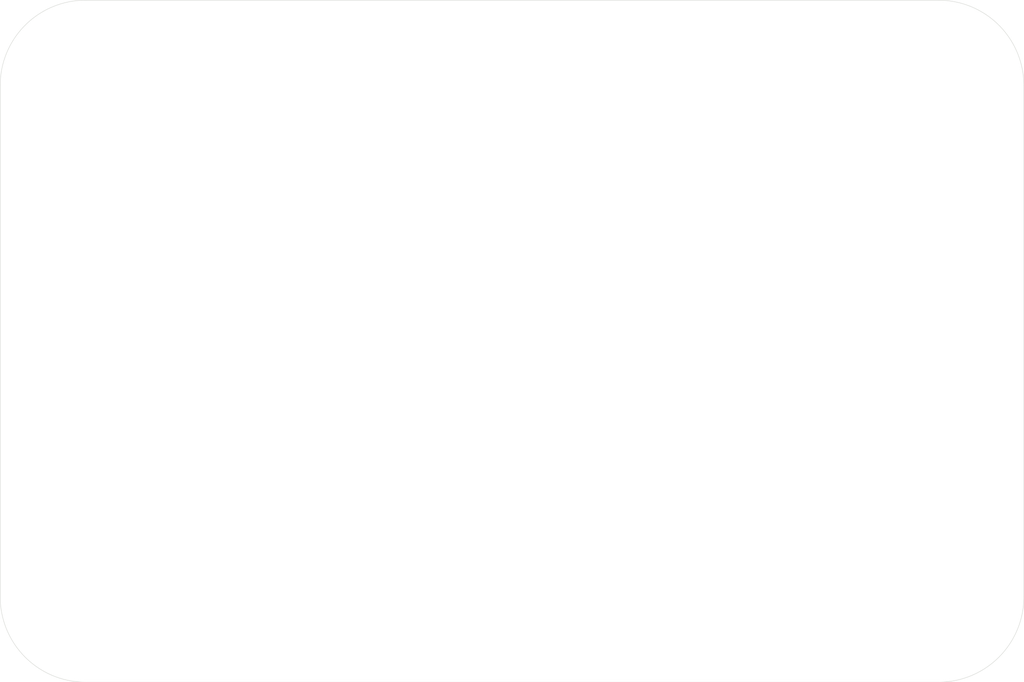
<source format=kicad_pcb>
(kicad_pcb
	(version 20241229)
	(generator "pcbnew")
	(generator_version "9.0")
	(general
		(thickness 1.6)
		(legacy_teardrops no)
	)
	(paper "A4")
	(layers
		(0 "F.Cu" signal)
		(4 "In1.Cu" signal)
		(6 "In2.Cu" signal)
		(2 "B.Cu" signal)
		(9 "F.Adhes" user "F.Adhesive")
		(11 "B.Adhes" user "B.Adhesive")
		(13 "F.Paste" user)
		(15 "B.Paste" user)
		(5 "F.SilkS" user "F.Silkscreen")
		(7 "B.SilkS" user "B.Silkscreen")
		(1 "F.Mask" user)
		(3 "B.Mask" user)
		(17 "Dwgs.User" user "User.Drawings")
		(19 "Cmts.User" user "User.Comments")
		(21 "Eco1.User" user "User.Eco1")
		(23 "Eco2.User" user "User.Eco2")
		(25 "Edge.Cuts" user)
		(27 "Margin" user)
		(31 "F.CrtYd" user "F.Courtyard")
		(29 "B.CrtYd" user "B.Courtyard")
		(35 "F.Fab" user)
		(33 "B.Fab" user)
		(39 "User.1" user)
		(41 "User.2" user)
		(43 "User.3" user)
		(45 "User.4" user)
	)
	(setup
		(stackup
			(layer "F.SilkS"
				(type "Top Silk Screen")
			)
			(layer "F.Paste"
				(type "Top Solder Paste")
			)
			(layer "F.Mask"
				(type "Top Solder Mask")
				(thickness 0.01)
			)
			(layer "F.Cu"
				(type "copper")
				(thickness 0.035)
			)
			(layer "dielectric 1"
				(type "prepreg")
				(thickness 0.1)
				(material "FR4")
				(epsilon_r 4.5)
				(loss_tangent 0.02)
			)
			(layer "In1.Cu"
				(type "copper")
				(thickness 0.035)
			)
			(layer "dielectric 2"
				(type "core")
				(thickness 1.24)
				(material "FR4")
				(epsilon_r 4.5)
				(loss_tangent 0.02)
			)
			(layer "In2.Cu"
				(type "copper")
				(thickness 0.035)
			)
			(layer "dielectric 3"
				(type "prepreg")
				(thickness 0.1)
				(material "FR4")
				(epsilon_r 4.5)
				(loss_tangent 0.02)
			)
			(layer "B.Cu"
				(type "copper")
				(thickness 0.035)
			)
			(layer "B.Mask"
				(type "Bottom Solder Mask")
				(thickness 0.01)
			)
			(layer "B.Paste"
				(type "Bottom Solder Paste")
			)
			(layer "B.SilkS"
				(type "Bottom Silk Screen")
			)
			(copper_finish "None")
			(dielectric_constraints no)
		)
		(pad_to_mask_clearance 0)
		(allow_soldermask_bridges_in_footprints no)
		(tenting front back)
		(pcbplotparams
			(layerselection 0x00000000_00000000_55555555_5755f5ff)
			(plot_on_all_layers_selection 0x00000000_00000000_00000000_00000000)
			(disableapertmacros no)
			(usegerberextensions no)
			(usegerberattributes yes)
			(usegerberadvancedattributes yes)
			(creategerberjobfile yes)
			(dashed_line_dash_ratio 12.000000)
			(dashed_line_gap_ratio 3.000000)
			(svgprecision 4)
			(plotframeref no)
			(mode 1)
			(useauxorigin no)
			(hpglpennumber 1)
			(hpglpenspeed 20)
			(hpglpendiameter 15.000000)
			(pdf_front_fp_property_popups yes)
			(pdf_back_fp_property_popups yes)
			(pdf_metadata yes)
			(pdf_single_document no)
			(dxfpolygonmode yes)
			(dxfimperialunits yes)
			(dxfusepcbnewfont yes)
			(psnegative no)
			(psa4output no)
			(plot_black_and_white yes)
			(sketchpadsonfab no)
			(plotpadnumbers no)
			(hidednponfab no)
			(sketchdnponfab yes)
			(crossoutdnponfab yes)
			(subtractmaskfromsilk no)
			(outputformat 1)
			(mirror no)
			(drillshape 1)
			(scaleselection 1)
			(outputdirectory "")
		)
	)
	(net 0 "")
	(gr_line
		(start 140.071068 90.071068)
		(end 140.071068 30.071068)
		(stroke
			(width 0.05)
			(type default)
		)
		(layer "Edge.Cuts")
		(uuid "096c0e26-9eee-4637-9800-d6768f7ddf73")
	)
	(gr_line
		(start 30.071068 100.071068)
		(end 130.071068 100.071068)
		(stroke
			(width 0.05)
			(type default)
		)
		(layer "Edge.Cuts")
		(uuid "2f79b927-da98-4dfb-80a6-b5bf2bc71b02")
	)
	(gr_line
		(start 20.071068 30.071068)
		(end 20.071068 90.071068)
		(stroke
			(width 0.05)
			(type default)
		)
		(layer "Edge.Cuts")
		(uuid "3e1bcc2e-0392-46f1-8ffa-3125c0c6086c")
	)
	(gr_arc
		(start 20.071068 30.071068)
		(mid 23 23)
		(end 30.071068 20.071068)
		(stroke
			(width 0.05)
			(type default)
		)
		(layer "Edge.Cuts")
		(uuid "40ea475d-ca46-4424-8213-aecbcbb90d96")
	)
	(gr_arc
		(start 30.071068 100.071068)
		(mid 23 97.142136)
		(end 20.071068 90.071068)
		(stroke
			(width 0.05)
			(type default)
		)
		(layer "Edge.Cuts")
		(uuid "ced45a3d-7abf-4167-92bc-d6f3d55fb55b")
	)
	(gr_arc
		(start 140.071068 90.071068)
		(mid 137.142136 97.142136)
		(end 130.071068 100.071068)
		(stroke
			(width 0.05)
			(type default)
		)
		(layer "Edge.Cuts")
		(uuid "cf08663f-02a2-4c93-a656-506fba6977af")
	)
	(gr_arc
		(start 130.071068 20.071068)
		(mid 137.142136 23)
		(end 140.071068 30.071068)
		(stroke
			(width 0.05)
			(type default)
		)
		(layer "Edge.Cuts")
		(uuid "dd4d8f4d-48ce-43a0-9e1e-5eec4cba5a7f")
	)
	(gr_line
		(start 30.071068 20.071068)
		(end 130.071068 20.071068)
		(stroke
			(width 0.05)
			(type default)
		)
		(layer "Edge.Cuts")
		(uuid "f3226e27-fc5a-4870-b96a-a7030dcc1aa3")
	)
	(embedded_fonts no)
)

</source>
